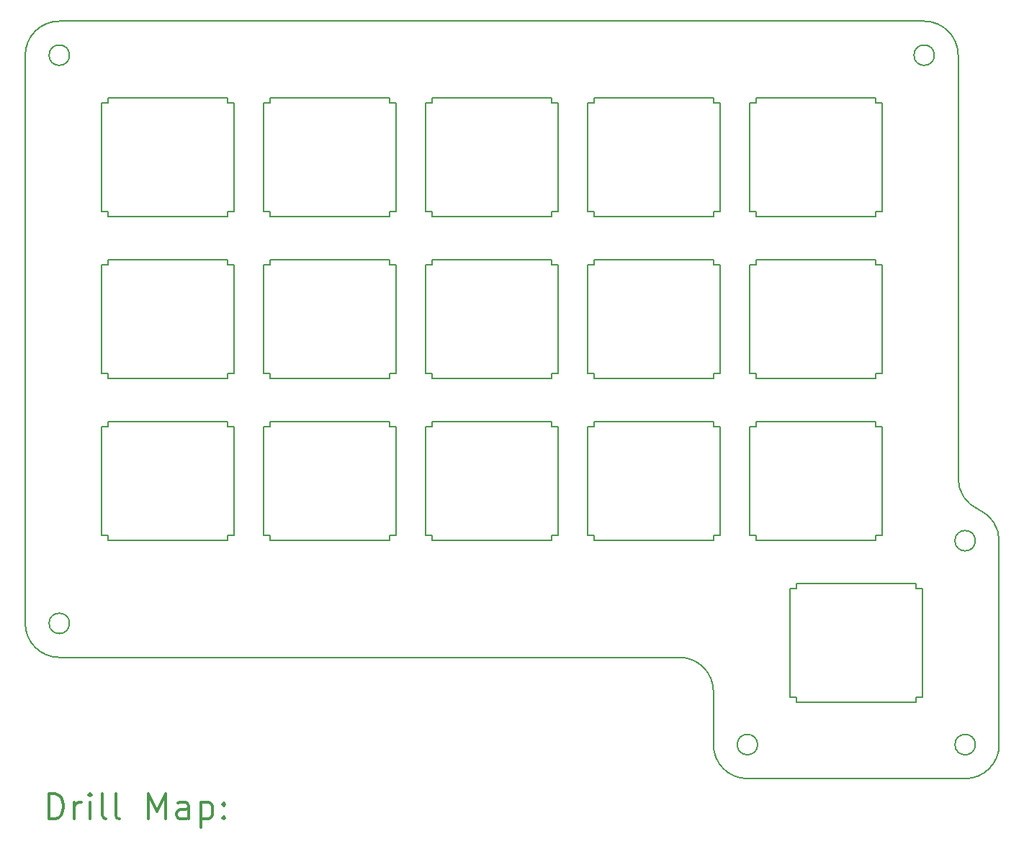
<source format=gbr>
%FSLAX45Y45*%
G04 Gerber Fmt 4.5, Leading zero omitted, Abs format (unit mm)*
G04 Created by KiCad (PCBNEW (5.1.4)-1) date 2020-11-18 14:35:43*
%MOMM*%
%LPD*%
G04 APERTURE LIST*
%ADD10C,0.200000*%
%ADD11C,0.300000*%
G04 APERTURE END LIST*
D10*
X25222443Y-13508924D02*
G75*
G03X25222443Y-13508924I-120000J0D01*
G01*
X25222459Y-11109755D02*
G75*
G03X25222459Y-11109755I-120000J0D01*
G01*
X22662435Y-13508924D02*
G75*
G03X22662435Y-13508924I-120000J0D01*
G01*
X14571817Y-12082290D02*
G75*
G03X14571817Y-12082290I-120000J0D01*
G01*
X24740530Y-5396163D02*
G75*
G03X24740530Y-5396163I-120000J0D01*
G01*
X14571817Y-5396163D02*
G75*
G03X14571817Y-5396163I-120000J0D01*
G01*
X25261495Y-10742729D02*
G75*
G02X25020530Y-10375704I159036J367025D01*
G01*
X21742719Y-12482290D02*
G75*
G02X22142719Y-12882471I0J-400000D01*
G01*
X25261495Y-10742729D02*
G75*
G02X25502459Y-11109757I-159036J-367025D01*
G01*
X25502443Y-13508927D02*
G75*
G02X25102443Y-13908924I-400000J3D01*
G01*
X22542434Y-13908924D02*
G75*
G02X22142435Y-13508743I0J400000D01*
G01*
X22542435Y-13908924D02*
X25102443Y-13908924D01*
X22142719Y-12882471D02*
X22142435Y-13508743D01*
X14651817Y-12482290D02*
X21742719Y-12482290D01*
X14451817Y-12482290D02*
G75*
G02X14051817Y-12082290I0J400000D01*
G01*
X24620530Y-4996163D02*
G75*
G02X25020530Y-5396163I0J-400000D01*
G01*
X14051817Y-5396163D02*
G75*
G02X14451817Y-4996163I400000J0D01*
G01*
X25502459Y-11109757D02*
X25502443Y-13508927D01*
X25020530Y-5396163D02*
X25020530Y-10375704D01*
X14451817Y-4996163D02*
X24620530Y-4996163D01*
X14051817Y-5396163D02*
X14051817Y-12082290D01*
X14651817Y-12482290D02*
X14451817Y-12482290D01*
X15026337Y-5894754D02*
X16426292Y-5894754D01*
X16426292Y-5954694D02*
X16426292Y-5894754D01*
X16506352Y-5954694D02*
X16426292Y-5954694D01*
X16506352Y-7234754D02*
X16506352Y-5954694D01*
X16426292Y-7234754D02*
X16506352Y-7234754D01*
X16426292Y-7294684D02*
X16426292Y-7234754D01*
X15026337Y-7294684D02*
X16426292Y-7294684D01*
X15026337Y-7234754D02*
X15026337Y-7294684D01*
X14946273Y-7234754D02*
X15026337Y-7234754D01*
X14946273Y-5954694D02*
X14946273Y-7234754D01*
X15026337Y-5954694D02*
X14946273Y-5954694D01*
X15026337Y-5894754D02*
X15026337Y-5954694D01*
X18331272Y-5894754D02*
X16931342Y-5894754D01*
X18331272Y-5954694D02*
X18331272Y-5894754D01*
X18411352Y-5954694D02*
X18331272Y-5954694D01*
X18411352Y-7234754D02*
X18411352Y-5954694D01*
X18331272Y-7234754D02*
X18411352Y-7234754D01*
X18331272Y-7294684D02*
X18331272Y-7234754D01*
X16931342Y-7294684D02*
X18331272Y-7294684D01*
X16931342Y-7234754D02*
X16931342Y-7294684D01*
X16851272Y-7234754D02*
X16931342Y-7234754D01*
X16851272Y-5954694D02*
X16851272Y-7234754D01*
X16931342Y-5954694D02*
X16851272Y-5954694D01*
X16931342Y-5894754D02*
X16931342Y-5954694D01*
X20236272Y-5894754D02*
X18836342Y-5894754D01*
X20236272Y-5954694D02*
X20236272Y-5894754D01*
X20316352Y-5954694D02*
X20236272Y-5954694D01*
X20316352Y-7234754D02*
X20316352Y-5954694D01*
X20236272Y-7234754D02*
X20316352Y-7234754D01*
X20236272Y-7294684D02*
X20236272Y-7234754D01*
X18836342Y-7294684D02*
X20236272Y-7294684D01*
X18836342Y-7234754D02*
X18836342Y-7294684D01*
X18756262Y-7234754D02*
X18836342Y-7234754D01*
X18756262Y-5954694D02*
X18756262Y-7234754D01*
X18836342Y-5954694D02*
X18756262Y-5954694D01*
X18836342Y-5894754D02*
X18836342Y-5954694D01*
X22141272Y-5894754D02*
X20741342Y-5894754D01*
X22141272Y-5954694D02*
X22141272Y-5894754D01*
X22221352Y-5954694D02*
X22141272Y-5954694D01*
X22221352Y-7234754D02*
X22221352Y-5954694D01*
X22141272Y-7234754D02*
X22221352Y-7234754D01*
X22141272Y-7294684D02*
X22141272Y-7234754D01*
X20741342Y-7294684D02*
X22141272Y-7294684D01*
X20741342Y-7234754D02*
X20741342Y-7294684D01*
X20661262Y-7234754D02*
X20741342Y-7234754D01*
X20661262Y-5954694D02*
X20661262Y-7234754D01*
X20741342Y-5954694D02*
X20661262Y-5954694D01*
X20741342Y-5894754D02*
X20741342Y-5954694D01*
X24046272Y-5894754D02*
X22646342Y-5894754D01*
X24046272Y-5954694D02*
X24046272Y-5894754D01*
X24126212Y-5954694D02*
X24046272Y-5954694D01*
X24126212Y-7234754D02*
X24126212Y-5954694D01*
X24046272Y-7234754D02*
X24126212Y-7234754D01*
X24046272Y-7294684D02*
X24046272Y-7234754D01*
X22646342Y-7294684D02*
X24046272Y-7294684D01*
X22646342Y-7234754D02*
X22646342Y-7294684D01*
X22566262Y-7234754D02*
X22646342Y-7234754D01*
X22566262Y-5954694D02*
X22566262Y-7234754D01*
X22646342Y-5954694D02*
X22566262Y-5954694D01*
X22646342Y-5894754D02*
X22646342Y-5954694D01*
X16426292Y-7799754D02*
X15026337Y-7799754D01*
X16426292Y-7859694D02*
X16426292Y-7799754D01*
X16506352Y-7859694D02*
X16426292Y-7859694D01*
X16506352Y-9139755D02*
X16506352Y-7859694D01*
X16426292Y-9139755D02*
X16506352Y-9139755D01*
X16426292Y-9199685D02*
X16426292Y-9139755D01*
X15026337Y-9199685D02*
X16426292Y-9199685D01*
X15026337Y-9139755D02*
X15026337Y-9199685D01*
X14946273Y-9139755D02*
X15026337Y-9139755D01*
X14946273Y-7859694D02*
X14946273Y-9139755D01*
X15026337Y-7859694D02*
X14946273Y-7859694D01*
X15026337Y-7799754D02*
X15026337Y-7859694D01*
X18331272Y-7799754D02*
X16931342Y-7799754D01*
X18331272Y-7859694D02*
X18331272Y-7799754D01*
X18411352Y-7859694D02*
X18331272Y-7859694D01*
X18411352Y-9139755D02*
X18411352Y-7859694D01*
X18331272Y-9139755D02*
X18411352Y-9139755D01*
X18331272Y-9199685D02*
X18331272Y-9139755D01*
X16931342Y-9199685D02*
X18331272Y-9199685D01*
X16931342Y-9139755D02*
X16931342Y-9199685D01*
X16851272Y-9139755D02*
X16931342Y-9139755D01*
X16851272Y-7859694D02*
X16851272Y-9139755D01*
X16931342Y-7859694D02*
X16851272Y-7859694D01*
X16931342Y-7799754D02*
X16931342Y-7859694D01*
X20236272Y-7799754D02*
X18836342Y-7799754D01*
X20236272Y-7859694D02*
X20236272Y-7799754D01*
X20316352Y-7859694D02*
X20236272Y-7859694D01*
X20316352Y-9139755D02*
X20316352Y-7859694D01*
X20236272Y-9139755D02*
X20316352Y-9139755D01*
X20236272Y-9199685D02*
X20236272Y-9139755D01*
X18836342Y-9199685D02*
X20236272Y-9199685D01*
X18836342Y-9139755D02*
X18836342Y-9199685D01*
X18756262Y-9139755D02*
X18836342Y-9139755D01*
X18756262Y-7859694D02*
X18756262Y-9139755D01*
X18836342Y-7859694D02*
X18756262Y-7859694D01*
X18836342Y-7799754D02*
X18836342Y-7859694D01*
X22141272Y-7799754D02*
X20741342Y-7799754D01*
X22141272Y-7859694D02*
X22141272Y-7799754D01*
X22221352Y-7859694D02*
X22141272Y-7859694D01*
X22221352Y-9139755D02*
X22221352Y-7859694D01*
X22141272Y-9139755D02*
X22221352Y-9139755D01*
X22141272Y-9199685D02*
X22141272Y-9139755D01*
X20741342Y-9199685D02*
X22141272Y-9199685D01*
X20741342Y-9139755D02*
X20741342Y-9199685D01*
X20661262Y-9139755D02*
X20741342Y-9139755D01*
X20661262Y-7859694D02*
X20661262Y-9139755D01*
X20741342Y-7859694D02*
X20661262Y-7859694D01*
X20741342Y-7799754D02*
X20741342Y-7859694D01*
X24046272Y-7799754D02*
X22646342Y-7799754D01*
X24046272Y-7859694D02*
X24046272Y-7799754D01*
X24126212Y-7859694D02*
X24046272Y-7859694D01*
X24126212Y-9139755D02*
X24126212Y-7859694D01*
X24046272Y-9139755D02*
X24126212Y-9139755D01*
X24046272Y-9199685D02*
X24046272Y-9139755D01*
X22646342Y-9199685D02*
X24046272Y-9199685D01*
X22646342Y-9139755D02*
X22646342Y-9199685D01*
X22566262Y-9139755D02*
X22646342Y-9139755D01*
X22566262Y-7859694D02*
X22566262Y-9139755D01*
X22646342Y-7859694D02*
X22566262Y-7859694D01*
X22646342Y-7799754D02*
X22646342Y-7859694D01*
X16426292Y-9704765D02*
X15026337Y-9704765D01*
X16426292Y-9764695D02*
X16426292Y-9704765D01*
X16506352Y-9764695D02*
X16426292Y-9764695D01*
X16506352Y-11044755D02*
X16506352Y-9764695D01*
X16426292Y-11044755D02*
X16506352Y-11044755D01*
X16426292Y-11104705D02*
X16426292Y-11044755D01*
X15026337Y-11104705D02*
X16426292Y-11104705D01*
X15026337Y-11044755D02*
X15026337Y-11104705D01*
X14946273Y-11044755D02*
X15026337Y-11044755D01*
X14946273Y-9764695D02*
X14946273Y-11044755D01*
X15026337Y-9764695D02*
X14946273Y-9764695D01*
X15026337Y-9704765D02*
X15026337Y-9764695D01*
X18331272Y-9704765D02*
X16931342Y-9704765D01*
X18331272Y-9764695D02*
X18331272Y-9704765D01*
X18411352Y-9764695D02*
X18331272Y-9764695D01*
X18411352Y-11044755D02*
X18411352Y-9764695D01*
X18331272Y-11044755D02*
X18411352Y-11044755D01*
X18331272Y-11104705D02*
X18331272Y-11044755D01*
X16931342Y-11104705D02*
X18331272Y-11104705D01*
X16931342Y-11044755D02*
X16931342Y-11104705D01*
X16851272Y-11044755D02*
X16931342Y-11044755D01*
X16851272Y-9764695D02*
X16851272Y-11044755D01*
X16931342Y-9764695D02*
X16851272Y-9764695D01*
X16931342Y-9704765D02*
X16931342Y-9764695D01*
X20236272Y-9704765D02*
X18836342Y-9704765D01*
X20236272Y-9764695D02*
X20236272Y-9704765D01*
X20316352Y-9764695D02*
X20236272Y-9764695D01*
X20316352Y-11044755D02*
X20316352Y-9764695D01*
X20236272Y-11044755D02*
X20316352Y-11044755D01*
X20236272Y-11104705D02*
X20236272Y-11044755D01*
X18836342Y-11104705D02*
X20236272Y-11104705D01*
X18836342Y-11044755D02*
X18836342Y-11104705D01*
X18756262Y-11044755D02*
X18836342Y-11044755D01*
X18756262Y-9764695D02*
X18756262Y-11044755D01*
X18836342Y-9764695D02*
X18756262Y-9764695D01*
X18836342Y-9704765D02*
X18836342Y-9764695D01*
X22141272Y-9704765D02*
X20741342Y-9704765D01*
X22141272Y-9764695D02*
X22141272Y-9704765D01*
X22221352Y-9764695D02*
X22141272Y-9764695D01*
X22221352Y-11044755D02*
X22221352Y-9764695D01*
X22141272Y-11044755D02*
X22221352Y-11044755D01*
X22141272Y-11104705D02*
X22141272Y-11044755D01*
X20741342Y-11104705D02*
X22141272Y-11104705D01*
X20741342Y-11044755D02*
X20741342Y-11104705D01*
X20661262Y-11044755D02*
X20741342Y-11044755D01*
X20661262Y-9764695D02*
X20661262Y-11044755D01*
X20741342Y-9764695D02*
X20661262Y-9764695D01*
X20741342Y-9704765D02*
X20741342Y-9764695D01*
X24046272Y-9704765D02*
X22646342Y-9704765D01*
X24046272Y-9764695D02*
X24046272Y-9704765D01*
X24126212Y-9764695D02*
X24046272Y-9764695D01*
X24126212Y-11044755D02*
X24126212Y-9764695D01*
X24046272Y-11044755D02*
X24126212Y-11044755D01*
X24046272Y-11104705D02*
X24046272Y-11044755D01*
X22646342Y-11104705D02*
X24046272Y-11104705D01*
X22646342Y-11044755D02*
X22646342Y-11104705D01*
X22566262Y-11044755D02*
X22646342Y-11044755D01*
X22566262Y-9764695D02*
X22566262Y-11044755D01*
X22646342Y-9764695D02*
X22566262Y-9764695D01*
X22646342Y-9704765D02*
X22646342Y-9764695D01*
X24522522Y-11609754D02*
X23122592Y-11609754D01*
X24522522Y-11669694D02*
X24522522Y-11609754D01*
X24602462Y-11669694D02*
X24522522Y-11669694D01*
X24602462Y-12949756D02*
X24602462Y-11669694D01*
X24522522Y-12949756D02*
X24602462Y-12949756D01*
X24522522Y-13009700D02*
X24522522Y-12949756D01*
X23122592Y-13009700D02*
X24522522Y-13009700D01*
X23122592Y-12949756D02*
X23122592Y-13009700D01*
X23042512Y-12949756D02*
X23122592Y-12949756D01*
X23042512Y-11669694D02*
X23042512Y-12949756D01*
X23122592Y-11669694D02*
X23042512Y-11669694D01*
X23122592Y-11609754D02*
X23122592Y-11669694D01*
D10*
D11*
X14328245Y-14384639D02*
X14328245Y-14084639D01*
X14399674Y-14084639D01*
X14442531Y-14098925D01*
X14471103Y-14127496D01*
X14485388Y-14156067D01*
X14499674Y-14213210D01*
X14499674Y-14256067D01*
X14485388Y-14313210D01*
X14471103Y-14341782D01*
X14442531Y-14370353D01*
X14399674Y-14384639D01*
X14328245Y-14384639D01*
X14628245Y-14384639D02*
X14628245Y-14184639D01*
X14628245Y-14241782D02*
X14642531Y-14213210D01*
X14656817Y-14198925D01*
X14685388Y-14184639D01*
X14713960Y-14184639D01*
X14813960Y-14384639D02*
X14813960Y-14184639D01*
X14813960Y-14084639D02*
X14799674Y-14098925D01*
X14813960Y-14113210D01*
X14828245Y-14098925D01*
X14813960Y-14084639D01*
X14813960Y-14113210D01*
X14999674Y-14384639D02*
X14971103Y-14370353D01*
X14956817Y-14341782D01*
X14956817Y-14084639D01*
X15156817Y-14384639D02*
X15128245Y-14370353D01*
X15113960Y-14341782D01*
X15113960Y-14084639D01*
X15499674Y-14384639D02*
X15499674Y-14084639D01*
X15599674Y-14298925D01*
X15699674Y-14084639D01*
X15699674Y-14384639D01*
X15971103Y-14384639D02*
X15971103Y-14227496D01*
X15956817Y-14198925D01*
X15928245Y-14184639D01*
X15871103Y-14184639D01*
X15842531Y-14198925D01*
X15971103Y-14370353D02*
X15942531Y-14384639D01*
X15871103Y-14384639D01*
X15842531Y-14370353D01*
X15828245Y-14341782D01*
X15828245Y-14313210D01*
X15842531Y-14284639D01*
X15871103Y-14270353D01*
X15942531Y-14270353D01*
X15971103Y-14256067D01*
X16113960Y-14184639D02*
X16113960Y-14484639D01*
X16113960Y-14198925D02*
X16142531Y-14184639D01*
X16199674Y-14184639D01*
X16228245Y-14198925D01*
X16242531Y-14213210D01*
X16256817Y-14241782D01*
X16256817Y-14327496D01*
X16242531Y-14356067D01*
X16228245Y-14370353D01*
X16199674Y-14384639D01*
X16142531Y-14384639D01*
X16113960Y-14370353D01*
X16385388Y-14356067D02*
X16399674Y-14370353D01*
X16385388Y-14384639D01*
X16371103Y-14370353D01*
X16385388Y-14356067D01*
X16385388Y-14384639D01*
X16385388Y-14198925D02*
X16399674Y-14213210D01*
X16385388Y-14227496D01*
X16371103Y-14213210D01*
X16385388Y-14198925D01*
X16385388Y-14227496D01*
M02*

</source>
